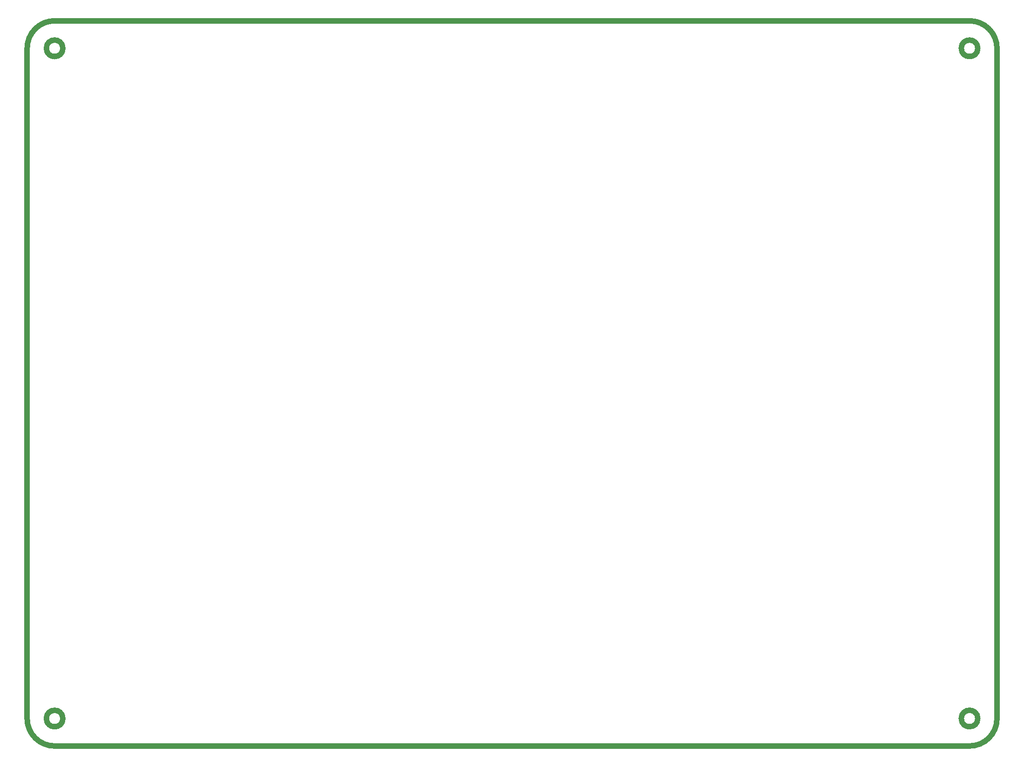
<source format=gbr>
G04 #@! TF.GenerationSoftware,KiCad,Pcbnew,(5.1.4)-1*
G04 #@! TF.CreationDate,2019-10-01T21:30:37+02:00*
G04 #@! TF.ProjectId,regulator board,72656775-6c61-4746-9f72-20626f617264,rev?*
G04 #@! TF.SameCoordinates,Original*
G04 #@! TF.FileFunction,Profile,NP*
%FSLAX46Y46*%
G04 Gerber Fmt 4.6, Leading zero omitted, Abs format (unit mm)*
G04 Created by KiCad (PCBNEW (5.1.4)-1) date 2019-10-01 21:30:37*
%MOMM*%
%LPD*%
G04 APERTURE LIST*
%ADD10C,1.000000*%
G04 APERTURE END LIST*
D10*
X47500000Y-26000000D02*
G75*
G03X47500000Y-26000000I-1500000J0D01*
G01*
X214000000Y-26000000D02*
G75*
G03X214000000Y-26000000I-1500000J0D01*
G01*
X214000000Y-148000000D02*
G75*
G03X214000000Y-148000000I-1500000J0D01*
G01*
X47500000Y-148000000D02*
G75*
G03X47500000Y-148000000I-1500000J0D01*
G01*
X212500000Y-21000000D02*
X46000000Y-21000000D01*
X212500000Y-153000000D02*
X46000000Y-153000000D01*
X217500000Y-26000000D02*
X217500000Y-148000000D01*
X41000000Y-26000000D02*
X41000000Y-148000000D01*
X41000000Y-26000000D02*
G75*
G02X46000000Y-21000000I5000000J0D01*
G01*
X212500000Y-21000000D02*
G75*
G02X217500000Y-26000000I0J-5000000D01*
G01*
X217500000Y-148000000D02*
G75*
G02X212500000Y-153000000I-5000000J0D01*
G01*
X46000000Y-153000000D02*
G75*
G02X41000000Y-148000000I0J5000000D01*
G01*
M02*

</source>
